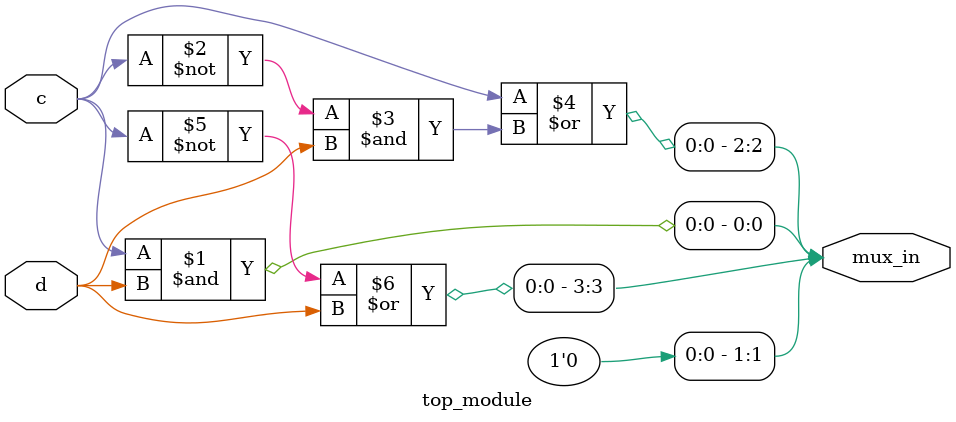
<source format=sv>
module top_module (
	input c,
	input d,
	output [3:0] mux_in
);

    // Assign the mux_in outputs according to the K-map values
    assign mux_in[0] = c & d;             // ab = 00 -> mux_in[0] = cd
    assign mux_in[1] = 1'b0;              // ab = 01 -> mux_in[1] = 0
    assign mux_in[2] = c | (~c & d);      // ab = 11 -> mux_in[2] = c+d = c | (~c & d)
    assign mux_in[3] = ~c | d;            // ab = 10 -> mux_in[3] = ~c + d

endmodule

</source>
